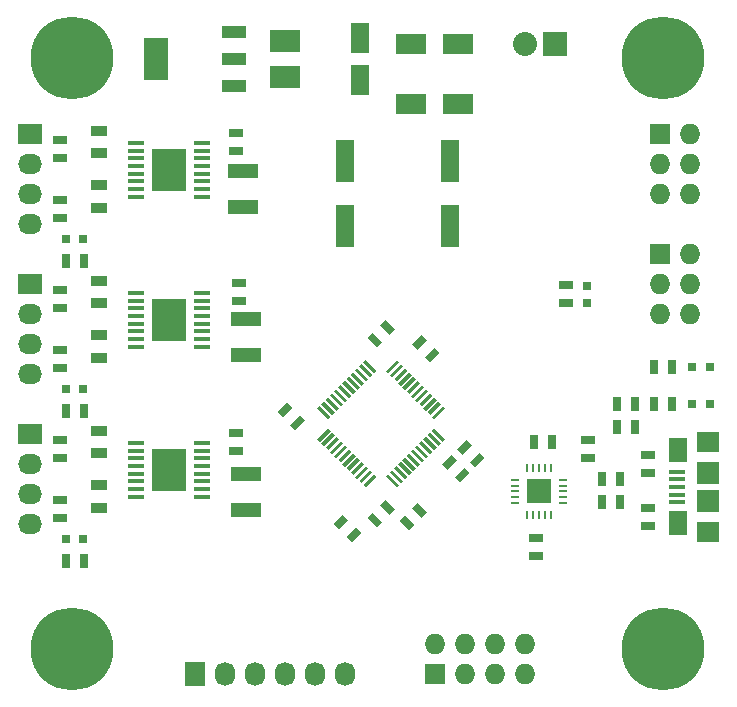
<source format=gts>
G04 #@! TF.FileFunction,Soldermask,Top*
%FSLAX46Y46*%
G04 Gerber Fmt 4.6, Leading zero omitted, Abs format (unit mm)*
G04 Created by KiCad (PCBNEW (2015-05-11 BZR 5650)-product) date sön 19 jul 2015 04:52:52*
%MOMM*%
G01*
G04 APERTURE LIST*
%ADD10C,0.200000*%
%ADD11R,1.600200X2.600960*%
%ADD12R,2.540000X1.270000*%
%ADD13R,1.143000X0.635000*%
%ADD14R,1.727200X2.032000*%
%ADD15O,1.727200X2.032000*%
%ADD16R,2.032000X2.032000*%
%ADD17O,2.032000X2.032000*%
%ADD18R,2.032000X1.727200*%
%ADD19O,2.032000X1.727200*%
%ADD20R,0.635000X1.143000*%
%ADD21R,2.032000X3.657600*%
%ADD22R,2.032000X1.016000*%
%ADD23R,1.400000X0.400000*%
%ADD24R,3.000000X3.600000*%
%ADD25R,2.499360X1.800860*%
%ADD26R,0.797560X0.797560*%
%ADD27R,2.000000X2.000000*%
%ADD28O,0.248920X0.800100*%
%ADD29O,0.800100X0.248920*%
%ADD30R,1.600000X2.100000*%
%ADD31R,1.900000X1.800000*%
%ADD32R,1.900000X1.900000*%
%ADD33R,1.350000X0.400000*%
%ADD34R,2.499360X1.950720*%
%ADD35R,1.397000X0.889000*%
%ADD36R,1.600200X3.599180*%
%ADD37R,1.727200X1.727200*%
%ADD38O,1.727200X1.727200*%
%ADD39C,7.000000*%
G04 APERTURE END LIST*
D10*
D11*
X116840000Y-80749140D03*
X116840000Y-84350860D03*
D10*
G36*
X125122567Y-115610790D02*
X125930790Y-114802567D01*
X126379803Y-115251580D01*
X125571580Y-116059803D01*
X125122567Y-115610790D01*
X125122567Y-115610790D01*
G37*
G36*
X126200197Y-116688420D02*
X127008420Y-115880197D01*
X127457433Y-116329210D01*
X126649210Y-117137433D01*
X126200197Y-116688420D01*
X126200197Y-116688420D01*
G37*
G36*
X112217433Y-113154210D02*
X111409210Y-113962433D01*
X110960197Y-113513420D01*
X111768420Y-112705197D01*
X112217433Y-113154210D01*
X112217433Y-113154210D01*
G37*
G36*
X111139803Y-112076580D02*
X110331580Y-112884803D01*
X109882567Y-112435790D01*
X110690790Y-111627567D01*
X111139803Y-112076580D01*
X111139803Y-112076580D01*
G37*
G36*
X123852567Y-116880790D02*
X124660790Y-116072567D01*
X125109803Y-116521580D01*
X124301580Y-117329803D01*
X123852567Y-116880790D01*
X123852567Y-116880790D01*
G37*
G36*
X124930197Y-117958420D02*
X125738420Y-117150197D01*
X126187433Y-117599210D01*
X125379210Y-118407433D01*
X124930197Y-117958420D01*
X124930197Y-117958420D01*
G37*
G36*
X118310790Y-106977433D02*
X117502567Y-106169210D01*
X117951580Y-105720197D01*
X118759803Y-106528420D01*
X118310790Y-106977433D01*
X118310790Y-106977433D01*
G37*
G36*
X119388420Y-105899803D02*
X118580197Y-105091580D01*
X119029210Y-104642567D01*
X119837433Y-105450790D01*
X119388420Y-105899803D01*
X119388420Y-105899803D01*
G37*
G36*
X119029210Y-119882567D02*
X119837433Y-120690790D01*
X119388420Y-121139803D01*
X118580197Y-120331580D01*
X119029210Y-119882567D01*
X119029210Y-119882567D01*
G37*
G36*
X117951580Y-120960197D02*
X118759803Y-121768420D01*
X118310790Y-122217433D01*
X117502567Y-121409210D01*
X117951580Y-120960197D01*
X117951580Y-120960197D01*
G37*
D12*
X107000000Y-92076000D03*
X107000000Y-95124000D03*
D13*
X106400000Y-90362000D03*
X106400000Y-88838000D03*
D12*
X107200000Y-117676000D03*
X107200000Y-120724000D03*
D13*
X106600000Y-103062000D03*
X106600000Y-101538000D03*
D12*
X107200000Y-104576000D03*
X107200000Y-107624000D03*
D13*
X106400000Y-115762000D03*
X106400000Y-114238000D03*
D14*
X102870000Y-134620000D03*
D15*
X105410000Y-134620000D03*
X107950000Y-134620000D03*
X110490000Y-134620000D03*
X113030000Y-134620000D03*
X115570000Y-134620000D03*
D16*
X133350000Y-81280000D03*
D17*
X130810000Y-81280000D03*
D18*
X88900000Y-88900000D03*
D19*
X88900000Y-91440000D03*
X88900000Y-93980000D03*
X88900000Y-96520000D03*
D18*
X88900000Y-101600000D03*
D19*
X88900000Y-104140000D03*
X88900000Y-106680000D03*
X88900000Y-109220000D03*
D18*
X88900000Y-114300000D03*
D19*
X88900000Y-116840000D03*
X88900000Y-119380000D03*
X88900000Y-121920000D03*
D10*
G36*
X121040790Y-122467433D02*
X120232567Y-121659210D01*
X120681580Y-121210197D01*
X121489803Y-122018420D01*
X121040790Y-122467433D01*
X121040790Y-122467433D01*
G37*
G36*
X122118420Y-121389803D02*
X121310197Y-120581580D01*
X121759210Y-120132567D01*
X122567433Y-120940790D01*
X122118420Y-121389803D01*
X122118420Y-121389803D01*
G37*
G36*
X114632567Y-121940790D02*
X115440790Y-121132567D01*
X115889803Y-121581580D01*
X115081580Y-122389803D01*
X114632567Y-121940790D01*
X114632567Y-121940790D01*
G37*
G36*
X115710197Y-123018420D02*
X116518420Y-122210197D01*
X116967433Y-122659210D01*
X116159210Y-123467433D01*
X115710197Y-123018420D01*
X115710197Y-123018420D01*
G37*
G36*
X123647433Y-107439210D02*
X122839210Y-108247433D01*
X122390197Y-107798420D01*
X123198420Y-106990197D01*
X123647433Y-107439210D01*
X123647433Y-107439210D01*
G37*
G36*
X122569803Y-106361580D02*
X121761580Y-107169803D01*
X121312567Y-106720790D01*
X122120790Y-105912567D01*
X122569803Y-106361580D01*
X122569803Y-106361580D01*
G37*
D20*
X91948000Y-99695000D03*
X93472000Y-99695000D03*
X91948000Y-112395000D03*
X93472000Y-112395000D03*
X91948000Y-125095000D03*
X93472000Y-125095000D03*
D21*
X99568000Y-82550000D03*
D22*
X106172000Y-82550000D03*
X106172000Y-80264000D03*
X106172000Y-84836000D03*
D10*
G36*
X121038991Y-117778240D02*
X120119413Y-116858662D01*
X120331347Y-116646728D01*
X121250925Y-117566306D01*
X121038991Y-117778240D01*
X121038991Y-117778240D01*
G37*
G36*
X121392814Y-117424418D02*
X120473236Y-116504840D01*
X120685170Y-116292906D01*
X121604748Y-117212484D01*
X121392814Y-117424418D01*
X121392814Y-117424418D01*
G37*
G36*
X121746636Y-117070596D02*
X120827058Y-116151018D01*
X121038992Y-115939084D01*
X121958570Y-116858662D01*
X121746636Y-117070596D01*
X121746636Y-117070596D01*
G37*
G36*
X122098662Y-116718570D02*
X121179084Y-115798992D01*
X121391018Y-115587058D01*
X122310596Y-116506636D01*
X122098662Y-116718570D01*
X122098662Y-116718570D01*
G37*
G36*
X122452484Y-116364748D02*
X121532906Y-115445170D01*
X121744840Y-115233236D01*
X122664418Y-116152814D01*
X122452484Y-116364748D01*
X122452484Y-116364748D01*
G37*
G36*
X119977525Y-118839706D02*
X119057947Y-117920128D01*
X119269881Y-117708194D01*
X120189459Y-118627772D01*
X119977525Y-118839706D01*
X119977525Y-118839706D01*
G37*
G36*
X120331347Y-118485884D02*
X119411769Y-117566306D01*
X119623703Y-117354372D01*
X120543281Y-118273950D01*
X120331347Y-118485884D01*
X120331347Y-118485884D01*
G37*
G36*
X120685169Y-118132062D02*
X119765591Y-117212484D01*
X119977525Y-117000550D01*
X120897103Y-117920128D01*
X120685169Y-118132062D01*
X120685169Y-118132062D01*
G37*
G36*
X123160128Y-113042053D02*
X122948194Y-112830119D01*
X123867772Y-111910541D01*
X124079706Y-112122475D01*
X123160128Y-113042053D01*
X123160128Y-113042053D01*
G37*
G36*
X122806306Y-112688231D02*
X122594372Y-112476297D01*
X123513950Y-111556719D01*
X123725884Y-111768653D01*
X122806306Y-112688231D01*
X122806306Y-112688231D01*
G37*
G36*
X122452484Y-112334409D02*
X122240550Y-112122475D01*
X123160128Y-111202897D01*
X123372062Y-111414831D01*
X122452484Y-112334409D01*
X122452484Y-112334409D01*
G37*
G36*
X122098662Y-111980587D02*
X121886728Y-111768653D01*
X122806306Y-110849075D01*
X123018240Y-111061009D01*
X122098662Y-111980587D01*
X122098662Y-111980587D01*
G37*
G36*
X121744840Y-111626764D02*
X121532906Y-111414830D01*
X122452484Y-110495252D01*
X122664418Y-110707186D01*
X121744840Y-111626764D01*
X121744840Y-111626764D01*
G37*
G36*
X121391018Y-111272942D02*
X121179084Y-111061008D01*
X122098662Y-110141430D01*
X122310596Y-110353364D01*
X121391018Y-111272942D01*
X121391018Y-111272942D01*
G37*
G36*
X121038992Y-110920916D02*
X120827058Y-110708982D01*
X121746636Y-109789404D01*
X121958570Y-110001338D01*
X121038992Y-110920916D01*
X121038992Y-110920916D01*
G37*
G36*
X120685170Y-110567094D02*
X120473236Y-110355160D01*
X121392814Y-109435582D01*
X121604748Y-109647516D01*
X120685170Y-110567094D01*
X120685170Y-110567094D01*
G37*
G36*
X118070119Y-109151806D02*
X117150541Y-108232228D01*
X117362475Y-108020294D01*
X118282053Y-108939872D01*
X118070119Y-109151806D01*
X118070119Y-109151806D01*
G37*
G36*
X117716297Y-109505628D02*
X116796719Y-108586050D01*
X117008653Y-108374116D01*
X117928231Y-109293694D01*
X117716297Y-109505628D01*
X117716297Y-109505628D01*
G37*
G36*
X117362475Y-109859450D02*
X116442897Y-108939872D01*
X116654831Y-108727938D01*
X117574409Y-109647516D01*
X117362475Y-109859450D01*
X117362475Y-109859450D01*
G37*
G36*
X117008653Y-110213272D02*
X116089075Y-109293694D01*
X116301009Y-109081760D01*
X117220587Y-110001338D01*
X117008653Y-110213272D01*
X117008653Y-110213272D01*
G37*
G36*
X116654830Y-110567094D02*
X115735252Y-109647516D01*
X115947186Y-109435582D01*
X116866764Y-110355160D01*
X116654830Y-110567094D01*
X116654830Y-110567094D01*
G37*
G36*
X116301008Y-110920916D02*
X115381430Y-110001338D01*
X115593364Y-109789404D01*
X116512942Y-110708982D01*
X116301008Y-110920916D01*
X116301008Y-110920916D01*
G37*
G36*
X115948982Y-111272942D02*
X115029404Y-110353364D01*
X115241338Y-110141430D01*
X116160916Y-111061008D01*
X115948982Y-111272942D01*
X115948982Y-111272942D01*
G37*
G36*
X115595160Y-111626764D02*
X114675582Y-110707186D01*
X114887516Y-110495252D01*
X115807094Y-111414830D01*
X115595160Y-111626764D01*
X115595160Y-111626764D01*
G37*
G36*
X113472228Y-114949459D02*
X113260294Y-114737525D01*
X114179872Y-113817947D01*
X114391806Y-114029881D01*
X113472228Y-114949459D01*
X113472228Y-114949459D01*
G37*
G36*
X113826050Y-115303281D02*
X113614116Y-115091347D01*
X114533694Y-114171769D01*
X114745628Y-114383703D01*
X113826050Y-115303281D01*
X113826050Y-115303281D01*
G37*
G36*
X114179872Y-115657103D02*
X113967938Y-115445169D01*
X114887516Y-114525591D01*
X115099450Y-114737525D01*
X114179872Y-115657103D01*
X114179872Y-115657103D01*
G37*
G36*
X114533694Y-116010925D02*
X114321760Y-115798991D01*
X115241338Y-114879413D01*
X115453272Y-115091347D01*
X114533694Y-116010925D01*
X114533694Y-116010925D01*
G37*
G36*
X114887516Y-116364748D02*
X114675582Y-116152814D01*
X115595160Y-115233236D01*
X115807094Y-115445170D01*
X114887516Y-116364748D01*
X114887516Y-116364748D01*
G37*
G36*
X115241338Y-116718570D02*
X115029404Y-116506636D01*
X115948982Y-115587058D01*
X116160916Y-115798992D01*
X115241338Y-116718570D01*
X115241338Y-116718570D01*
G37*
G36*
X115593364Y-117070596D02*
X115381430Y-116858662D01*
X116301008Y-115939084D01*
X116512942Y-116151018D01*
X115593364Y-117070596D01*
X115593364Y-117070596D01*
G37*
G36*
X115947186Y-117424418D02*
X115735252Y-117212484D01*
X116654830Y-116292906D01*
X116866764Y-116504840D01*
X115947186Y-117424418D01*
X115947186Y-117424418D01*
G37*
G36*
X122806306Y-116010925D02*
X121886728Y-115091347D01*
X122098662Y-114879413D01*
X123018240Y-115798991D01*
X122806306Y-116010925D01*
X122806306Y-116010925D01*
G37*
G36*
X123160128Y-115657103D02*
X122240550Y-114737525D01*
X122452484Y-114525591D01*
X123372062Y-115445169D01*
X123160128Y-115657103D01*
X123160128Y-115657103D01*
G37*
G36*
X123513950Y-115303281D02*
X122594372Y-114383703D01*
X122806306Y-114171769D01*
X123725884Y-115091347D01*
X123513950Y-115303281D01*
X123513950Y-115303281D01*
G37*
G36*
X123867772Y-114949459D02*
X122948194Y-114029881D01*
X123160128Y-113817947D01*
X124079706Y-114737525D01*
X123867772Y-114949459D01*
X123867772Y-114949459D01*
G37*
G36*
X120331347Y-110213272D02*
X120119413Y-110001338D01*
X121038991Y-109081760D01*
X121250925Y-109293694D01*
X120331347Y-110213272D01*
X120331347Y-110213272D01*
G37*
G36*
X119977525Y-109859450D02*
X119765591Y-109647516D01*
X120685169Y-108727938D01*
X120897103Y-108939872D01*
X119977525Y-109859450D01*
X119977525Y-109859450D01*
G37*
G36*
X119623703Y-109505628D02*
X119411769Y-109293694D01*
X120331347Y-108374116D01*
X120543281Y-108586050D01*
X119623703Y-109505628D01*
X119623703Y-109505628D01*
G37*
G36*
X119269881Y-109151806D02*
X119057947Y-108939872D01*
X119977525Y-108020294D01*
X120189459Y-108232228D01*
X119269881Y-109151806D01*
X119269881Y-109151806D01*
G37*
G36*
X115241338Y-111980587D02*
X114321760Y-111061009D01*
X114533694Y-110849075D01*
X115453272Y-111768653D01*
X115241338Y-111980587D01*
X115241338Y-111980587D01*
G37*
G36*
X114887516Y-112334409D02*
X113967938Y-111414831D01*
X114179872Y-111202897D01*
X115099450Y-112122475D01*
X114887516Y-112334409D01*
X114887516Y-112334409D01*
G37*
G36*
X114533694Y-112688231D02*
X113614116Y-111768653D01*
X113826050Y-111556719D01*
X114745628Y-112476297D01*
X114533694Y-112688231D01*
X114533694Y-112688231D01*
G37*
G36*
X114179872Y-113042053D02*
X113260294Y-112122475D01*
X113472228Y-111910541D01*
X114391806Y-112830119D01*
X114179872Y-113042053D01*
X114179872Y-113042053D01*
G37*
G36*
X116301009Y-117778240D02*
X116089075Y-117566306D01*
X117008653Y-116646728D01*
X117220587Y-116858662D01*
X116301009Y-117778240D01*
X116301009Y-117778240D01*
G37*
G36*
X116654831Y-118132062D02*
X116442897Y-117920128D01*
X117362475Y-117000550D01*
X117574409Y-117212484D01*
X116654831Y-118132062D01*
X116654831Y-118132062D01*
G37*
G36*
X117008653Y-118485884D02*
X116796719Y-118273950D01*
X117716297Y-117354372D01*
X117928231Y-117566306D01*
X117008653Y-118485884D01*
X117008653Y-118485884D01*
G37*
G36*
X117362475Y-118839706D02*
X117150541Y-118627772D01*
X118070119Y-117708194D01*
X118282053Y-117920128D01*
X117362475Y-118839706D01*
X117362475Y-118839706D01*
G37*
D23*
X97936000Y-89684400D03*
X97936000Y-90319400D03*
X97936000Y-90979800D03*
X97936000Y-91614800D03*
X97936000Y-92275200D03*
X97936000Y-92922900D03*
X97936000Y-93570600D03*
X97936000Y-94218300D03*
X103524000Y-94218300D03*
X103524000Y-93570600D03*
X103524000Y-92922900D03*
X103524000Y-92275200D03*
X103524000Y-91614800D03*
X103524000Y-90967100D03*
X103524000Y-90319400D03*
X103524000Y-89671700D03*
D24*
X100730000Y-91945000D03*
D23*
X97936000Y-102384400D03*
X97936000Y-103019400D03*
X97936000Y-103679800D03*
X97936000Y-104314800D03*
X97936000Y-104975200D03*
X97936000Y-105622900D03*
X97936000Y-106270600D03*
X97936000Y-106918300D03*
X103524000Y-106918300D03*
X103524000Y-106270600D03*
X103524000Y-105622900D03*
X103524000Y-104975200D03*
X103524000Y-104314800D03*
X103524000Y-103667100D03*
X103524000Y-103019400D03*
X103524000Y-102371700D03*
D24*
X100730000Y-104645000D03*
D23*
X97936000Y-115084400D03*
X97936000Y-115719400D03*
X97936000Y-116379800D03*
X97936000Y-117014800D03*
X97936000Y-117675200D03*
X97936000Y-118322900D03*
X97936000Y-118970600D03*
X97936000Y-119618300D03*
X103524000Y-119618300D03*
X103524000Y-118970600D03*
X103524000Y-118322900D03*
X103524000Y-117675200D03*
X103524000Y-117014800D03*
X103524000Y-116367100D03*
X103524000Y-115719400D03*
X103524000Y-115071700D03*
D24*
X100730000Y-117345000D03*
D13*
X91440000Y-90932000D03*
X91440000Y-89408000D03*
X91440000Y-94488000D03*
X91440000Y-96012000D03*
X91440000Y-103632000D03*
X91440000Y-102108000D03*
X91440000Y-107188000D03*
X91440000Y-108712000D03*
X91440000Y-116332000D03*
X91440000Y-114808000D03*
X91440000Y-119888000D03*
X91440000Y-121412000D03*
X141300837Y-120567214D03*
X141300837Y-122091214D03*
X141300837Y-117646213D03*
X141300837Y-116122213D03*
X136220837Y-116376214D03*
X136220837Y-114852214D03*
D20*
X133172837Y-114979213D03*
X131648837Y-114979213D03*
D13*
X131775837Y-124631214D03*
X131775837Y-123107214D03*
D25*
X125188980Y-81280000D03*
X121191020Y-81280000D03*
X125188980Y-86360000D03*
X121191020Y-86360000D03*
D26*
X93459300Y-97790000D03*
X91960700Y-97790000D03*
X93459300Y-110490000D03*
X91960700Y-110490000D03*
X93459300Y-123190000D03*
X91960700Y-123190000D03*
X144996537Y-108629213D03*
X146495137Y-108629213D03*
X144996537Y-111804213D03*
X146495137Y-111804213D03*
D20*
X138633837Y-111804213D03*
X140157837Y-111804213D03*
X140157837Y-113709214D03*
X138633837Y-113709214D03*
X143332837Y-108629213D03*
X141808837Y-108629213D03*
X143332837Y-111804213D03*
X141808837Y-111804213D03*
X137363837Y-120059213D03*
X138887837Y-120059213D03*
X137363837Y-118154214D03*
X138887837Y-118154214D03*
D27*
X132025837Y-119174214D03*
D28*
X131026157Y-121173194D03*
X131526537Y-121173194D03*
X132026917Y-121173194D03*
X132524757Y-121173194D03*
X133025137Y-121173194D03*
D29*
X134025837Y-120174214D03*
X134025837Y-119674214D03*
X134025837Y-119174214D03*
X134025837Y-118674214D03*
X134025837Y-118174214D03*
D28*
X133025837Y-117174214D03*
X132525837Y-117174214D03*
X132025837Y-117174214D03*
X131525837Y-117174214D03*
X131025837Y-117174214D03*
D29*
X130026857Y-118174914D03*
X130026857Y-118675294D03*
X130026857Y-119173134D03*
X130026857Y-119673514D03*
X130026857Y-120173894D03*
D30*
X143830837Y-121889214D03*
X143830837Y-115689214D03*
D31*
X146380837Y-122589214D03*
D32*
X146380837Y-119989214D03*
X146380837Y-117589214D03*
D31*
X146380837Y-114989214D03*
D33*
X143705837Y-119439214D03*
X143705837Y-118789214D03*
X143705837Y-118139214D03*
X143705837Y-120089214D03*
X143705837Y-117489214D03*
D34*
X110490000Y-84099400D03*
X110490000Y-81000600D03*
D35*
X94800000Y-93247500D03*
X94800000Y-95152500D03*
X94800000Y-90552500D03*
X94800000Y-88647500D03*
X94800000Y-105947500D03*
X94800000Y-107852500D03*
X94800000Y-103252500D03*
X94800000Y-101347500D03*
X94800000Y-118647500D03*
X94800000Y-120552500D03*
X94800000Y-115952500D03*
X94800000Y-114047500D03*
D36*
X115570000Y-91229180D03*
X115570000Y-96730820D03*
X124460000Y-91229180D03*
X124460000Y-96730820D03*
D37*
X142240000Y-99060000D03*
D38*
X144780000Y-99060000D03*
X142240000Y-101600000D03*
X144780000Y-101600000D03*
X142240000Y-104140000D03*
X144780000Y-104140000D03*
D37*
X142240000Y-88900000D03*
D38*
X144780000Y-88900000D03*
X142240000Y-91440000D03*
X144780000Y-91440000D03*
X142240000Y-93980000D03*
X144780000Y-93980000D03*
D37*
X123190000Y-134620000D03*
D38*
X123190000Y-132080000D03*
X125730000Y-134620000D03*
X125730000Y-132080000D03*
X128270000Y-134620000D03*
X128270000Y-132080000D03*
X130810000Y-134620000D03*
X130810000Y-132080000D03*
D39*
X92500000Y-82500000D03*
X142500000Y-82500000D03*
X142500000Y-132500000D03*
X92500000Y-132500000D03*
D26*
X136100000Y-101750700D03*
X136100000Y-103249300D03*
D13*
X134300000Y-103262000D03*
X134300000Y-101738000D03*
M02*

</source>
